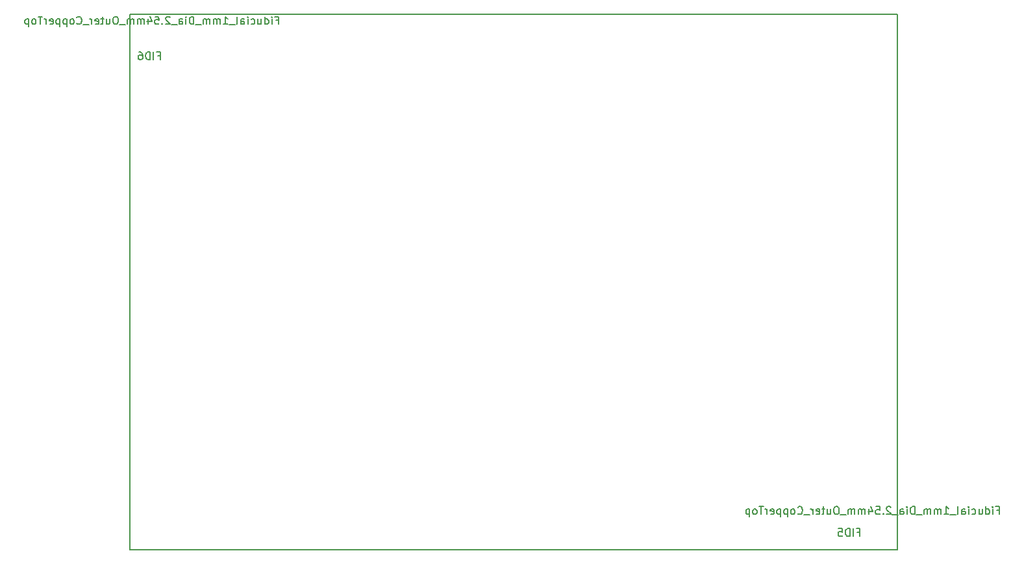
<source format=gbr>
%TF.GenerationSoftware,KiCad,Pcbnew,(6.0.5)*%
%TF.CreationDate,2022-05-04T15:28:31-05:00*%
%TF.ProjectId,IR2IP,49523249-502e-46b6-9963-61645f706362,rev?*%
%TF.SameCoordinates,PX55fe290PY8062360*%
%TF.FileFunction,AssemblyDrawing,Bot*%
%FSLAX46Y46*%
G04 Gerber Fmt 4.6, Leading zero omitted, Abs format (unit mm)*
G04 Created by KiCad (PCBNEW (6.0.5)) date 2022-05-04 15:28:31*
%MOMM*%
%LPD*%
G01*
G04 APERTURE LIST*
%TA.AperFunction,Profile*%
%ADD10C,0.150000*%
%TD*%
%ADD11C,0.150000*%
G04 APERTURE END LIST*
D10*
X0Y0D02*
X0Y70000000D01*
X100000000Y0D02*
X0Y0D01*
X100000000Y70000000D02*
X100000000Y0D01*
X0Y70000000D02*
X100000000Y70000000D01*
D11*
%TO.C,FID5*%
X112996666Y5191429D02*
X113330000Y5191429D01*
X113330000Y4667620D02*
X113330000Y5667620D01*
X112853809Y5667620D01*
X112472857Y4667620D02*
X112472857Y5334286D01*
X112472857Y5667620D02*
X112520476Y5620000D01*
X112472857Y5572381D01*
X112425238Y5620000D01*
X112472857Y5667620D01*
X112472857Y5572381D01*
X111568095Y4667620D02*
X111568095Y5667620D01*
X111568095Y4715239D02*
X111663333Y4667620D01*
X111853809Y4667620D01*
X111949047Y4715239D01*
X111996666Y4762858D01*
X112044285Y4858096D01*
X112044285Y5143810D01*
X111996666Y5239048D01*
X111949047Y5286667D01*
X111853809Y5334286D01*
X111663333Y5334286D01*
X111568095Y5286667D01*
X110663333Y5334286D02*
X110663333Y4667620D01*
X111091904Y5334286D02*
X111091904Y4810477D01*
X111044285Y4715239D01*
X110949047Y4667620D01*
X110806190Y4667620D01*
X110710952Y4715239D01*
X110663333Y4762858D01*
X109758571Y4715239D02*
X109853809Y4667620D01*
X110044285Y4667620D01*
X110139523Y4715239D01*
X110187142Y4762858D01*
X110234761Y4858096D01*
X110234761Y5143810D01*
X110187142Y5239048D01*
X110139523Y5286667D01*
X110044285Y5334286D01*
X109853809Y5334286D01*
X109758571Y5286667D01*
X109330000Y4667620D02*
X109330000Y5334286D01*
X109330000Y5667620D02*
X109377619Y5620000D01*
X109330000Y5572381D01*
X109282380Y5620000D01*
X109330000Y5667620D01*
X109330000Y5572381D01*
X108425238Y4667620D02*
X108425238Y5191429D01*
X108472857Y5286667D01*
X108568095Y5334286D01*
X108758571Y5334286D01*
X108853809Y5286667D01*
X108425238Y4715239D02*
X108520476Y4667620D01*
X108758571Y4667620D01*
X108853809Y4715239D01*
X108901428Y4810477D01*
X108901428Y4905715D01*
X108853809Y5000953D01*
X108758571Y5048572D01*
X108520476Y5048572D01*
X108425238Y5096191D01*
X107806190Y4667620D02*
X107901428Y4715239D01*
X107949047Y4810477D01*
X107949047Y5667620D01*
X107663333Y4572381D02*
X106901428Y4572381D01*
X106139523Y4667620D02*
X106710952Y4667620D01*
X106425238Y4667620D02*
X106425238Y5667620D01*
X106520476Y5524762D01*
X106615714Y5429524D01*
X106710952Y5381905D01*
X105710952Y4667620D02*
X105710952Y5334286D01*
X105710952Y5239048D02*
X105663333Y5286667D01*
X105568095Y5334286D01*
X105425238Y5334286D01*
X105330000Y5286667D01*
X105282380Y5191429D01*
X105282380Y4667620D01*
X105282380Y5191429D02*
X105234761Y5286667D01*
X105139523Y5334286D01*
X104996666Y5334286D01*
X104901428Y5286667D01*
X104853809Y5191429D01*
X104853809Y4667620D01*
X104377619Y4667620D02*
X104377619Y5334286D01*
X104377619Y5239048D02*
X104330000Y5286667D01*
X104234761Y5334286D01*
X104091904Y5334286D01*
X103996666Y5286667D01*
X103949047Y5191429D01*
X103949047Y4667620D01*
X103949047Y5191429D02*
X103901428Y5286667D01*
X103806190Y5334286D01*
X103663333Y5334286D01*
X103568095Y5286667D01*
X103520476Y5191429D01*
X103520476Y4667620D01*
X103282380Y4572381D02*
X102520476Y4572381D01*
X102282380Y4667620D02*
X102282380Y5667620D01*
X102044285Y5667620D01*
X101901428Y5620000D01*
X101806190Y5524762D01*
X101758571Y5429524D01*
X101710952Y5239048D01*
X101710952Y5096191D01*
X101758571Y4905715D01*
X101806190Y4810477D01*
X101901428Y4715239D01*
X102044285Y4667620D01*
X102282380Y4667620D01*
X101282380Y4667620D02*
X101282380Y5334286D01*
X101282380Y5667620D02*
X101330000Y5620000D01*
X101282380Y5572381D01*
X101234761Y5620000D01*
X101282380Y5667620D01*
X101282380Y5572381D01*
X100377619Y4667620D02*
X100377619Y5191429D01*
X100425238Y5286667D01*
X100520476Y5334286D01*
X100710952Y5334286D01*
X100806190Y5286667D01*
X100377619Y4715239D02*
X100472857Y4667620D01*
X100710952Y4667620D01*
X100806190Y4715239D01*
X100853809Y4810477D01*
X100853809Y4905715D01*
X100806190Y5000953D01*
X100710952Y5048572D01*
X100472857Y5048572D01*
X100377619Y5096191D01*
X100139523Y4572381D02*
X99377619Y4572381D01*
X99187142Y5572381D02*
X99139523Y5620000D01*
X99044285Y5667620D01*
X98806190Y5667620D01*
X98710952Y5620000D01*
X98663333Y5572381D01*
X98615714Y5477143D01*
X98615714Y5381905D01*
X98663333Y5239048D01*
X99234761Y4667620D01*
X98615714Y4667620D01*
X98187142Y4762858D02*
X98139523Y4715239D01*
X98187142Y4667620D01*
X98234761Y4715239D01*
X98187142Y4762858D01*
X98187142Y4667620D01*
X97234761Y5667620D02*
X97710952Y5667620D01*
X97758571Y5191429D01*
X97710952Y5239048D01*
X97615714Y5286667D01*
X97377619Y5286667D01*
X97282380Y5239048D01*
X97234761Y5191429D01*
X97187142Y5096191D01*
X97187142Y4858096D01*
X97234761Y4762858D01*
X97282380Y4715239D01*
X97377619Y4667620D01*
X97615714Y4667620D01*
X97710952Y4715239D01*
X97758571Y4762858D01*
X96330000Y5334286D02*
X96330000Y4667620D01*
X96568095Y5715239D02*
X96806190Y5000953D01*
X96187142Y5000953D01*
X95806190Y4667620D02*
X95806190Y5334286D01*
X95806190Y5239048D02*
X95758571Y5286667D01*
X95663333Y5334286D01*
X95520476Y5334286D01*
X95425238Y5286667D01*
X95377619Y5191429D01*
X95377619Y4667620D01*
X95377619Y5191429D02*
X95330000Y5286667D01*
X95234761Y5334286D01*
X95091904Y5334286D01*
X94996666Y5286667D01*
X94949047Y5191429D01*
X94949047Y4667620D01*
X94472857Y4667620D02*
X94472857Y5334286D01*
X94472857Y5239048D02*
X94425238Y5286667D01*
X94330000Y5334286D01*
X94187142Y5334286D01*
X94091904Y5286667D01*
X94044285Y5191429D01*
X94044285Y4667620D01*
X94044285Y5191429D02*
X93996666Y5286667D01*
X93901428Y5334286D01*
X93758571Y5334286D01*
X93663333Y5286667D01*
X93615714Y5191429D01*
X93615714Y4667620D01*
X93377619Y4572381D02*
X92615714Y4572381D01*
X92187142Y5667620D02*
X91996666Y5667620D01*
X91901428Y5620000D01*
X91806190Y5524762D01*
X91758571Y5334286D01*
X91758571Y5000953D01*
X91806190Y4810477D01*
X91901428Y4715239D01*
X91996666Y4667620D01*
X92187142Y4667620D01*
X92282380Y4715239D01*
X92377619Y4810477D01*
X92425238Y5000953D01*
X92425238Y5334286D01*
X92377619Y5524762D01*
X92282380Y5620000D01*
X92187142Y5667620D01*
X90901428Y5334286D02*
X90901428Y4667620D01*
X91330000Y5334286D02*
X91330000Y4810477D01*
X91282380Y4715239D01*
X91187142Y4667620D01*
X91044285Y4667620D01*
X90949047Y4715239D01*
X90901428Y4762858D01*
X90568095Y5334286D02*
X90187142Y5334286D01*
X90425238Y5667620D02*
X90425238Y4810477D01*
X90377619Y4715239D01*
X90282380Y4667620D01*
X90187142Y4667620D01*
X89472857Y4715239D02*
X89568095Y4667620D01*
X89758571Y4667620D01*
X89853809Y4715239D01*
X89901428Y4810477D01*
X89901428Y5191429D01*
X89853809Y5286667D01*
X89758571Y5334286D01*
X89568095Y5334286D01*
X89472857Y5286667D01*
X89425238Y5191429D01*
X89425238Y5096191D01*
X89901428Y5000953D01*
X88996666Y4667620D02*
X88996666Y5334286D01*
X88996666Y5143810D02*
X88949047Y5239048D01*
X88901428Y5286667D01*
X88806190Y5334286D01*
X88710952Y5334286D01*
X88615714Y4572381D02*
X87853809Y4572381D01*
X87044285Y4762858D02*
X87091904Y4715239D01*
X87234761Y4667620D01*
X87330000Y4667620D01*
X87472857Y4715239D01*
X87568095Y4810477D01*
X87615714Y4905715D01*
X87663333Y5096191D01*
X87663333Y5239048D01*
X87615714Y5429524D01*
X87568095Y5524762D01*
X87472857Y5620000D01*
X87330000Y5667620D01*
X87234761Y5667620D01*
X87091904Y5620000D01*
X87044285Y5572381D01*
X86472857Y4667620D02*
X86568095Y4715239D01*
X86615714Y4762858D01*
X86663333Y4858096D01*
X86663333Y5143810D01*
X86615714Y5239048D01*
X86568095Y5286667D01*
X86472857Y5334286D01*
X86330000Y5334286D01*
X86234761Y5286667D01*
X86187142Y5239048D01*
X86139523Y5143810D01*
X86139523Y4858096D01*
X86187142Y4762858D01*
X86234761Y4715239D01*
X86330000Y4667620D01*
X86472857Y4667620D01*
X85710952Y5334286D02*
X85710952Y4334286D01*
X85710952Y5286667D02*
X85615714Y5334286D01*
X85425238Y5334286D01*
X85330000Y5286667D01*
X85282380Y5239048D01*
X85234761Y5143810D01*
X85234761Y4858096D01*
X85282380Y4762858D01*
X85330000Y4715239D01*
X85425238Y4667620D01*
X85615714Y4667620D01*
X85710952Y4715239D01*
X84806190Y5334286D02*
X84806190Y4334286D01*
X84806190Y5286667D02*
X84710952Y5334286D01*
X84520476Y5334286D01*
X84425238Y5286667D01*
X84377619Y5239048D01*
X84330000Y5143810D01*
X84330000Y4858096D01*
X84377619Y4762858D01*
X84425238Y4715239D01*
X84520476Y4667620D01*
X84710952Y4667620D01*
X84806190Y4715239D01*
X83520476Y4715239D02*
X83615714Y4667620D01*
X83806190Y4667620D01*
X83901428Y4715239D01*
X83949047Y4810477D01*
X83949047Y5191429D01*
X83901428Y5286667D01*
X83806190Y5334286D01*
X83615714Y5334286D01*
X83520476Y5286667D01*
X83472857Y5191429D01*
X83472857Y5096191D01*
X83949047Y5000953D01*
X83044285Y4667620D02*
X83044285Y5334286D01*
X83044285Y5143810D02*
X82996666Y5239048D01*
X82949047Y5286667D01*
X82853809Y5334286D01*
X82758571Y5334286D01*
X82568095Y5667620D02*
X81996666Y5667620D01*
X82282380Y4667620D02*
X82282380Y5667620D01*
X81520476Y4667620D02*
X81615714Y4715239D01*
X81663333Y4762858D01*
X81710952Y4858096D01*
X81710952Y5143810D01*
X81663333Y5239048D01*
X81615714Y5286667D01*
X81520476Y5334286D01*
X81377619Y5334286D01*
X81282380Y5286667D01*
X81234761Y5239048D01*
X81187142Y5143810D01*
X81187142Y4858096D01*
X81234761Y4762858D01*
X81282380Y4715239D01*
X81377619Y4667620D01*
X81520476Y4667620D01*
X80758571Y5334286D02*
X80758571Y4334286D01*
X80758571Y5286667D02*
X80663333Y5334286D01*
X80472857Y5334286D01*
X80377619Y5286667D01*
X80330000Y5239048D01*
X80282380Y5143810D01*
X80282380Y4858096D01*
X80330000Y4762858D01*
X80377619Y4715239D01*
X80472857Y4667620D01*
X80663333Y4667620D01*
X80758571Y4715239D01*
X94821428Y2321429D02*
X95154761Y2321429D01*
X95154761Y1797620D02*
X95154761Y2797620D01*
X94678571Y2797620D01*
X94297619Y1797620D02*
X94297619Y2797620D01*
X93821428Y1797620D02*
X93821428Y2797620D01*
X93583333Y2797620D01*
X93440476Y2750000D01*
X93345238Y2654762D01*
X93297619Y2559524D01*
X93250000Y2369048D01*
X93250000Y2226191D01*
X93297619Y2035715D01*
X93345238Y1940477D01*
X93440476Y1845239D01*
X93583333Y1797620D01*
X93821428Y1797620D01*
X92345238Y2797620D02*
X92821428Y2797620D01*
X92869047Y2321429D01*
X92821428Y2369048D01*
X92726190Y2416667D01*
X92488095Y2416667D01*
X92392857Y2369048D01*
X92345238Y2321429D01*
X92297619Y2226191D01*
X92297619Y1988096D01*
X92345238Y1892858D01*
X92392857Y1845239D01*
X92488095Y1797620D01*
X92726190Y1797620D01*
X92821428Y1845239D01*
X92869047Y1892858D01*
%TO.C,FID6*%
X18996666Y69191429D02*
X19330000Y69191429D01*
X19330000Y68667620D02*
X19330000Y69667620D01*
X18853809Y69667620D01*
X18472857Y68667620D02*
X18472857Y69334286D01*
X18472857Y69667620D02*
X18520476Y69620000D01*
X18472857Y69572381D01*
X18425238Y69620000D01*
X18472857Y69667620D01*
X18472857Y69572381D01*
X17568095Y68667620D02*
X17568095Y69667620D01*
X17568095Y68715239D02*
X17663333Y68667620D01*
X17853809Y68667620D01*
X17949047Y68715239D01*
X17996666Y68762858D01*
X18044285Y68858096D01*
X18044285Y69143810D01*
X17996666Y69239048D01*
X17949047Y69286667D01*
X17853809Y69334286D01*
X17663333Y69334286D01*
X17568095Y69286667D01*
X16663333Y69334286D02*
X16663333Y68667620D01*
X17091904Y69334286D02*
X17091904Y68810477D01*
X17044285Y68715239D01*
X16949047Y68667620D01*
X16806190Y68667620D01*
X16710952Y68715239D01*
X16663333Y68762858D01*
X15758571Y68715239D02*
X15853809Y68667620D01*
X16044285Y68667620D01*
X16139523Y68715239D01*
X16187142Y68762858D01*
X16234761Y68858096D01*
X16234761Y69143810D01*
X16187142Y69239048D01*
X16139523Y69286667D01*
X16044285Y69334286D01*
X15853809Y69334286D01*
X15758571Y69286667D01*
X15330000Y68667620D02*
X15330000Y69334286D01*
X15330000Y69667620D02*
X15377619Y69620000D01*
X15330000Y69572381D01*
X15282380Y69620000D01*
X15330000Y69667620D01*
X15330000Y69572381D01*
X14425238Y68667620D02*
X14425238Y69191429D01*
X14472857Y69286667D01*
X14568095Y69334286D01*
X14758571Y69334286D01*
X14853809Y69286667D01*
X14425238Y68715239D02*
X14520476Y68667620D01*
X14758571Y68667620D01*
X14853809Y68715239D01*
X14901428Y68810477D01*
X14901428Y68905715D01*
X14853809Y69000953D01*
X14758571Y69048572D01*
X14520476Y69048572D01*
X14425238Y69096191D01*
X13806190Y68667620D02*
X13901428Y68715239D01*
X13949047Y68810477D01*
X13949047Y69667620D01*
X13663333Y68572381D02*
X12901428Y68572381D01*
X12139523Y68667620D02*
X12710952Y68667620D01*
X12425238Y68667620D02*
X12425238Y69667620D01*
X12520476Y69524762D01*
X12615714Y69429524D01*
X12710952Y69381905D01*
X11710952Y68667620D02*
X11710952Y69334286D01*
X11710952Y69239048D02*
X11663333Y69286667D01*
X11568095Y69334286D01*
X11425238Y69334286D01*
X11330000Y69286667D01*
X11282380Y69191429D01*
X11282380Y68667620D01*
X11282380Y69191429D02*
X11234761Y69286667D01*
X11139523Y69334286D01*
X10996666Y69334286D01*
X10901428Y69286667D01*
X10853809Y69191429D01*
X10853809Y68667620D01*
X10377619Y68667620D02*
X10377619Y69334286D01*
X10377619Y69239048D02*
X10330000Y69286667D01*
X10234761Y69334286D01*
X10091904Y69334286D01*
X9996666Y69286667D01*
X9949047Y69191429D01*
X9949047Y68667620D01*
X9949047Y69191429D02*
X9901428Y69286667D01*
X9806190Y69334286D01*
X9663333Y69334286D01*
X9568095Y69286667D01*
X9520476Y69191429D01*
X9520476Y68667620D01*
X9282380Y68572381D02*
X8520476Y68572381D01*
X8282380Y68667620D02*
X8282380Y69667620D01*
X8044285Y69667620D01*
X7901428Y69620000D01*
X7806190Y69524762D01*
X7758571Y69429524D01*
X7710952Y69239048D01*
X7710952Y69096191D01*
X7758571Y68905715D01*
X7806190Y68810477D01*
X7901428Y68715239D01*
X8044285Y68667620D01*
X8282380Y68667620D01*
X7282380Y68667620D02*
X7282380Y69334286D01*
X7282380Y69667620D02*
X7330000Y69620000D01*
X7282380Y69572381D01*
X7234761Y69620000D01*
X7282380Y69667620D01*
X7282380Y69572381D01*
X6377619Y68667620D02*
X6377619Y69191429D01*
X6425238Y69286667D01*
X6520476Y69334286D01*
X6710952Y69334286D01*
X6806190Y69286667D01*
X6377619Y68715239D02*
X6472857Y68667620D01*
X6710952Y68667620D01*
X6806190Y68715239D01*
X6853809Y68810477D01*
X6853809Y68905715D01*
X6806190Y69000953D01*
X6710952Y69048572D01*
X6472857Y69048572D01*
X6377619Y69096191D01*
X6139523Y68572381D02*
X5377619Y68572381D01*
X5187142Y69572381D02*
X5139523Y69620000D01*
X5044285Y69667620D01*
X4806190Y69667620D01*
X4710952Y69620000D01*
X4663333Y69572381D01*
X4615714Y69477143D01*
X4615714Y69381905D01*
X4663333Y69239048D01*
X5234761Y68667620D01*
X4615714Y68667620D01*
X4187142Y68762858D02*
X4139523Y68715239D01*
X4187142Y68667620D01*
X4234761Y68715239D01*
X4187142Y68762858D01*
X4187142Y68667620D01*
X3234761Y69667620D02*
X3710952Y69667620D01*
X3758571Y69191429D01*
X3710952Y69239048D01*
X3615714Y69286667D01*
X3377619Y69286667D01*
X3282380Y69239048D01*
X3234761Y69191429D01*
X3187142Y69096191D01*
X3187142Y68858096D01*
X3234761Y68762858D01*
X3282380Y68715239D01*
X3377619Y68667620D01*
X3615714Y68667620D01*
X3710952Y68715239D01*
X3758571Y68762858D01*
X2330000Y69334286D02*
X2330000Y68667620D01*
X2568095Y69715239D02*
X2806190Y69000953D01*
X2187142Y69000953D01*
X1806190Y68667620D02*
X1806190Y69334286D01*
X1806190Y69239048D02*
X1758571Y69286667D01*
X1663333Y69334286D01*
X1520476Y69334286D01*
X1425238Y69286667D01*
X1377619Y69191429D01*
X1377619Y68667620D01*
X1377619Y69191429D02*
X1330000Y69286667D01*
X1234761Y69334286D01*
X1091904Y69334286D01*
X996666Y69286667D01*
X949047Y69191429D01*
X949047Y68667620D01*
X472857Y68667620D02*
X472857Y69334286D01*
X472857Y69239048D02*
X425238Y69286667D01*
X330000Y69334286D01*
X187142Y69334286D01*
X91904Y69286667D01*
X44285Y69191429D01*
X44285Y68667620D01*
X44285Y69191429D02*
X-3334Y69286667D01*
X-98572Y69334286D01*
X-241429Y69334286D01*
X-336667Y69286667D01*
X-384286Y69191429D01*
X-384286Y68667620D01*
X-622381Y68572381D02*
X-1384286Y68572381D01*
X-1812858Y69667620D02*
X-2003334Y69667620D01*
X-2098572Y69620000D01*
X-2193810Y69524762D01*
X-2241429Y69334286D01*
X-2241429Y69000953D01*
X-2193810Y68810477D01*
X-2098572Y68715239D01*
X-2003334Y68667620D01*
X-1812858Y68667620D01*
X-1717620Y68715239D01*
X-1622381Y68810477D01*
X-1574762Y69000953D01*
X-1574762Y69334286D01*
X-1622381Y69524762D01*
X-1717620Y69620000D01*
X-1812858Y69667620D01*
X-3098572Y69334286D02*
X-3098572Y68667620D01*
X-2670000Y69334286D02*
X-2670000Y68810477D01*
X-2717620Y68715239D01*
X-2812858Y68667620D01*
X-2955715Y68667620D01*
X-3050953Y68715239D01*
X-3098572Y68762858D01*
X-3431905Y69334286D02*
X-3812858Y69334286D01*
X-3574762Y69667620D02*
X-3574762Y68810477D01*
X-3622381Y68715239D01*
X-3717620Y68667620D01*
X-3812858Y68667620D01*
X-4527143Y68715239D02*
X-4431905Y68667620D01*
X-4241429Y68667620D01*
X-4146191Y68715239D01*
X-4098572Y68810477D01*
X-4098572Y69191429D01*
X-4146191Y69286667D01*
X-4241429Y69334286D01*
X-4431905Y69334286D01*
X-4527143Y69286667D01*
X-4574762Y69191429D01*
X-4574762Y69096191D01*
X-4098572Y69000953D01*
X-5003334Y68667620D02*
X-5003334Y69334286D01*
X-5003334Y69143810D02*
X-5050953Y69239048D01*
X-5098572Y69286667D01*
X-5193810Y69334286D01*
X-5289048Y69334286D01*
X-5384286Y68572381D02*
X-6146191Y68572381D01*
X-6955715Y68762858D02*
X-6908096Y68715239D01*
X-6765239Y68667620D01*
X-6670000Y68667620D01*
X-6527143Y68715239D01*
X-6431905Y68810477D01*
X-6384286Y68905715D01*
X-6336667Y69096191D01*
X-6336667Y69239048D01*
X-6384286Y69429524D01*
X-6431905Y69524762D01*
X-6527143Y69620000D01*
X-6670000Y69667620D01*
X-6765239Y69667620D01*
X-6908096Y69620000D01*
X-6955715Y69572381D01*
X-7527143Y68667620D02*
X-7431905Y68715239D01*
X-7384286Y68762858D01*
X-7336667Y68858096D01*
X-7336667Y69143810D01*
X-7384286Y69239048D01*
X-7431905Y69286667D01*
X-7527143Y69334286D01*
X-7670000Y69334286D01*
X-7765239Y69286667D01*
X-7812858Y69239048D01*
X-7860477Y69143810D01*
X-7860477Y68858096D01*
X-7812858Y68762858D01*
X-7765239Y68715239D01*
X-7670000Y68667620D01*
X-7527143Y68667620D01*
X-8289048Y69334286D02*
X-8289048Y68334286D01*
X-8289048Y69286667D02*
X-8384286Y69334286D01*
X-8574762Y69334286D01*
X-8670000Y69286667D01*
X-8717620Y69239048D01*
X-8765239Y69143810D01*
X-8765239Y68858096D01*
X-8717620Y68762858D01*
X-8670000Y68715239D01*
X-8574762Y68667620D01*
X-8384286Y68667620D01*
X-8289048Y68715239D01*
X-9193810Y69334286D02*
X-9193810Y68334286D01*
X-9193810Y69286667D02*
X-9289048Y69334286D01*
X-9479524Y69334286D01*
X-9574762Y69286667D01*
X-9622381Y69239048D01*
X-9670000Y69143810D01*
X-9670000Y68858096D01*
X-9622381Y68762858D01*
X-9574762Y68715239D01*
X-9479524Y68667620D01*
X-9289048Y68667620D01*
X-9193810Y68715239D01*
X-10479524Y68715239D02*
X-10384286Y68667620D01*
X-10193810Y68667620D01*
X-10098572Y68715239D01*
X-10050953Y68810477D01*
X-10050953Y69191429D01*
X-10098572Y69286667D01*
X-10193810Y69334286D01*
X-10384286Y69334286D01*
X-10479524Y69286667D01*
X-10527143Y69191429D01*
X-10527143Y69096191D01*
X-10050953Y69000953D01*
X-10955715Y68667620D02*
X-10955715Y69334286D01*
X-10955715Y69143810D02*
X-11003334Y69239048D01*
X-11050953Y69286667D01*
X-11146191Y69334286D01*
X-11241429Y69334286D01*
X-11431905Y69667620D02*
X-12003334Y69667620D01*
X-11717620Y68667620D02*
X-11717620Y69667620D01*
X-12479524Y68667620D02*
X-12384286Y68715239D01*
X-12336667Y68762858D01*
X-12289048Y68858096D01*
X-12289048Y69143810D01*
X-12336667Y69239048D01*
X-12384286Y69286667D01*
X-12479524Y69334286D01*
X-12622381Y69334286D01*
X-12717620Y69286667D01*
X-12765239Y69239048D01*
X-12812858Y69143810D01*
X-12812858Y68858096D01*
X-12765239Y68762858D01*
X-12717620Y68715239D01*
X-12622381Y68667620D01*
X-12479524Y68667620D01*
X-13241429Y69334286D02*
X-13241429Y68334286D01*
X-13241429Y69286667D02*
X-13336667Y69334286D01*
X-13527143Y69334286D01*
X-13622381Y69286667D01*
X-13670000Y69239048D01*
X-13717620Y69143810D01*
X-13717620Y68858096D01*
X-13670000Y68762858D01*
X-13622381Y68715239D01*
X-13527143Y68667620D01*
X-13336667Y68667620D01*
X-13241429Y68715239D01*
X3571428Y64571429D02*
X3904761Y64571429D01*
X3904761Y64047620D02*
X3904761Y65047620D01*
X3428571Y65047620D01*
X3047619Y64047620D02*
X3047619Y65047620D01*
X2571428Y64047620D02*
X2571428Y65047620D01*
X2333333Y65047620D01*
X2190476Y65000000D01*
X2095238Y64904762D01*
X2047619Y64809524D01*
X2000000Y64619048D01*
X2000000Y64476191D01*
X2047619Y64285715D01*
X2095238Y64190477D01*
X2190476Y64095239D01*
X2333333Y64047620D01*
X2571428Y64047620D01*
X1142857Y65047620D02*
X1333333Y65047620D01*
X1428571Y65000000D01*
X1476190Y64952381D01*
X1571428Y64809524D01*
X1619047Y64619048D01*
X1619047Y64238096D01*
X1571428Y64142858D01*
X1523809Y64095239D01*
X1428571Y64047620D01*
X1238095Y64047620D01*
X1142857Y64095239D01*
X1095238Y64142858D01*
X1047619Y64238096D01*
X1047619Y64476191D01*
X1095238Y64571429D01*
X1142857Y64619048D01*
X1238095Y64666667D01*
X1428571Y64666667D01*
X1523809Y64619048D01*
X1571428Y64571429D01*
X1619047Y64476191D01*
%TD*%
M02*

</source>
